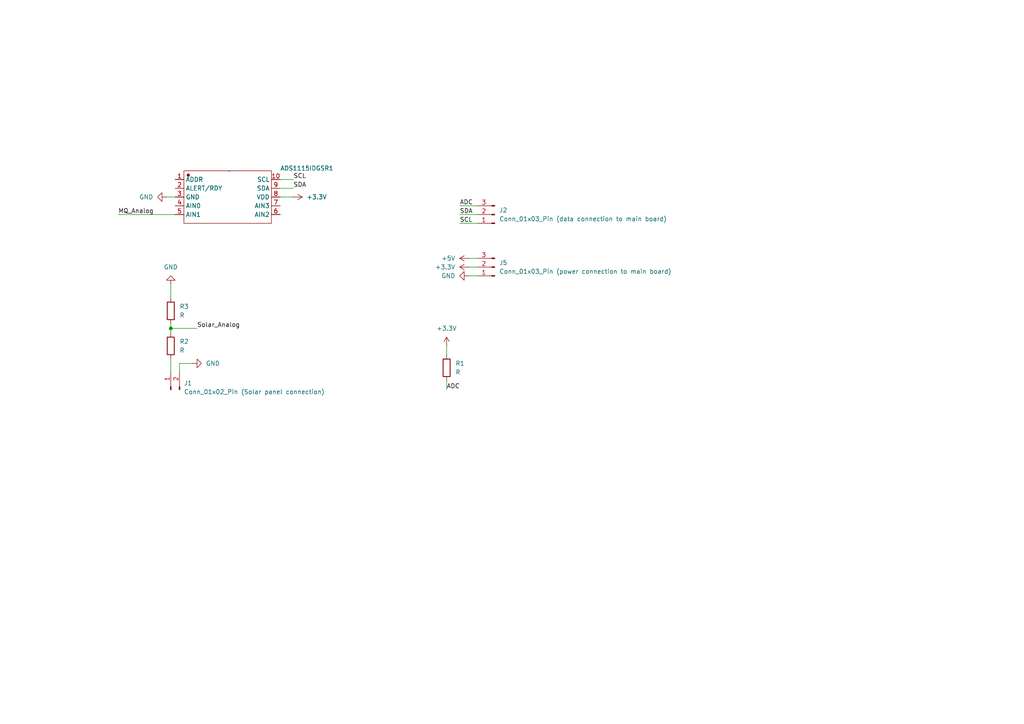
<source format=kicad_sch>
(kicad_sch (version 20250114) (generator "eeschema") (generator_version "9.0")
  (paper "A4")
  (lib_symbols
    (symbol "ADS1115IDGSR_2025-12-25-altium-import:root_0_ADS1115IDGSR_"
      (symbol "root_0_ADS1115IDGSR__1_0"
        (rectangle (start -12.7 7.62) (end 12.7 -7.62) (stroke (width 0) (color 136 0 0 1)))
        (circle (center -11.43 6.35) (radius 0.381) (stroke (width 0) (color 136 0 0 1)) (fill (type outline)))
        (pin passive line (at -15.24 5.08 0) (length 2.54) (name "ADDR") (number "1"))
        (pin passive line (at -15.24 2.54 0) (length 2.54) (name "ALERT/RDY") (number "2"))
        (pin passive line (at -15.24 0 0) (length 2.54) (name "GND") (number "3"))
        (pin passive line (at -15.24 -2.54 0) (length 2.54) (name "AIN0") (number "4"))
        (pin passive line (at -15.24 -5.08 0) (length 2.54) (name "AIN1") (number "5"))
        (pin passive line (at 15.24 5.08 180) (length 2.54) (name "SCL") (number "10"))
        (pin passive line (at 15.24 2.54 180) (length 2.54) (name "SDA") (number "9"))
        (pin passive line (at 15.24 0 180) (length 2.54) (name "VDD") (number "8"))
        (pin passive line (at 15.24 -2.54 180) (length 2.54) (name "AIN3") (number "7"))
        (pin passive line (at 15.24 -5.08 180) (length 2.54) (name "AIN2") (number "6"))
      )
    )
    (symbol "Connector:Conn_01x02_Pin" (pin_names (offset 1.016) (hide yes))
      (property "Reference" "J" (at 0 2.54 0))
      (property "Value" "Conn_01x02_Pin" (at 0 -5.08 0))
      (symbol "Conn_01x02_Pin_1_1"
        (rectangle (start 0.8636 0.127) (end 0 -0.127) (stroke (width 0.1524)) (fill (type outline)))
        (rectangle (start 0.8636 -2.413) (end 0 -2.667) (stroke (width 0.1524)) (fill (type outline)))
        (polyline (pts (xy 1.27 0) (xy 0.8636 0)) (stroke (width 0.1524)))
        (polyline (pts (xy 1.27 -2.54) (xy 0.8636 -2.54)) (stroke (width 0.1524)))
        (pin passive line (at 5.08 0 180) (length 3.81) (name "Pin_1") (number "1"))
        (pin passive line (at 5.08 -2.54 180) (length 3.81) (name "Pin_2") (number "2"))
      )
    )
    (symbol "Connector:Conn_01x03_Pin" (pin_names (offset 1.016) (hide yes))
      (property "Reference" "J" (at 0 5.08 0))
      (property "Value" "Conn_01x03_Pin" (at 0 -5.08 0))
      (symbol "Conn_01x03_Pin_1_1"
        (rectangle (start 0.8636 2.667) (end 0 2.413) (stroke (width 0.1524)) (fill (type outline)))
        (rectangle (start 0.8636 0.127) (end 0 -0.127) (stroke (width 0.1524)) (fill (type outline)))
        (rectangle (start 0.8636 -2.413) (end 0 -2.667) (stroke (width 0.1524)) (fill (type outline)))
        (polyline (pts (xy 1.27 2.54) (xy 0.8636 2.54)) (stroke (width 0.1524)))
        (polyline (pts (xy 1.27 0) (xy 0.8636 0)) (stroke (width 0.1524)))
        (polyline (pts (xy 1.27 -2.54) (xy 0.8636 -2.54)) (stroke (width 0.1524)))
        (pin passive line (at 5.08 2.54 180) (length 3.81) (name "Pin_1") (number "1"))
        (pin passive line (at 5.08 0 180) (length 3.81) (name "Pin_2") (number "2"))
        (pin passive line (at 5.08 -2.54 180) (length 3.81) (name "Pin_3") (number "3"))
      )
    )
    (symbol "Device:R" (pin_numbers (hide yes)) (pin_names (offset 0))
      (property "Reference" "R" (at 2.032 0 90))
      (property "Value" "R" (at 0 0 90))
      (symbol "R_0_1"
        (rectangle (start -1.016 -2.54) (end 1.016 2.54) (stroke (width 0.254)))
      )
      (symbol "R_1_1"
        (pin passive line (at 0 3.81 270) (length 1.27) (name "~") (number "1"))
        (pin passive line (at 0 -3.81 90) (length 1.27) (name "~") (number "2"))
      )
    )
    (symbol "power:+3.3V" (power) (pin_numbers (hide yes)) (pin_names (offset 0) (hide yes))
      (property "Value" "+3.3V" (at 0 3.556 0))
      (symbol "+3.3V_0_1"
        (polyline (pts (xy -0.762 1.27) (xy 0 2.54)))
        (polyline (pts (xy 0 2.54) (xy 0.762 1.27)))
        (polyline (pts (xy 0 0) (xy 0 2.54)))
      )
      (symbol "+3.3V_1_1"
        (pin power_in line (at 0 0 90) (length 0) (name "~") (number "1"))
      )
    )
    (symbol "power:+5V" (power) (pin_numbers (hide yes)) (pin_names (offset 0) (hide yes))
      (property "Value" "+5V" (at 0 3.556 0))
      (symbol "+5V_0_1"
        (polyline (pts (xy -0.762 1.27) (xy 0 2.54)))
        (polyline (pts (xy 0 2.54) (xy 0.762 1.27)))
        (polyline (pts (xy 0 0) (xy 0 2.54)))
      )
      (symbol "+5V_1_1"
        (pin power_in line (at 0 0 90) (length 0) (name "~") (number "1"))
      )
    )
    (symbol "power:GND" (power) (pin_numbers (hide yes)) (pin_names (offset 0) (hide yes))
      (property "Value" "GND" (at 0 -3.81 0))
      (symbol "GND_0_1"
        (polyline (pts (xy 0 0) (xy 0 -1.27) (xy 1.27 -1.27) (xy 0 -2.54) (xy -1.27 -1.27) (xy 0 -1.27)))
      )
      (symbol "GND_1_1"
        (pin power_in line (at 0 0 270) (length 0) (name "~") (number "1"))
      )
    )
  )
  (junction (at 49.53 95.25))
  (wire (pts (xy 135.89 77.47) (xy 138.43 77.47)))
  (wire (pts (xy 133.35 64.77) (xy 138.43 64.77)))
  (wire (pts (xy 133.35 59.69) (xy 138.43 59.69)))
  (wire (pts (xy 52.07 107.95) (xy 52.07 105.41)))
  (wire (pts (xy 81.28 54.61) (xy 85.09 54.61)))
  (wire (pts (xy 49.53 95.25) (xy 49.53 96.52)))
  (wire (pts (xy 81.28 57.15) (xy 85.09 57.15)))
  (wire (pts (xy 129.54 100.33) (xy 129.54 102.87)))
  (wire (pts (xy 81.28 52.07) (xy 85.09 52.07)))
  (wire (pts (xy 52.07 105.41) (xy 55.88 105.41)))
  (wire (pts (xy 49.53 104.14) (xy 49.53 107.95)))
  (wire (pts (xy 129.54 113.03) (xy 129.54 110.49)))
  (wire (pts (xy 49.53 95.25) (xy 57.15 95.25)))
  (wire (pts (xy 34.29 62.23) (xy 50.8 62.23)))
  (wire (pts (xy 49.53 82.55) (xy 49.53 86.36)))
  (wire (pts (xy 48.26 57.15) (xy 50.8 57.15)))
  (wire (pts (xy 135.89 74.93) (xy 138.43 74.93)))
  (wire (pts (xy 135.89 80.01) (xy 138.43 80.01)))
  (wire (pts (xy 49.53 93.98) (xy 49.53 95.25)))
  (wire (pts (xy 133.35 62.23) (xy 138.43 62.23)))
  (label "SCL" (at 133.35 64.77 0))
  (label "MQ_Analog" (at 34.29 62.23 0))
  (label "ADC" (at 133.35 59.69 0))
  (label "SDA" (at 133.35 62.23 0))
  (label "SDA" (at 85.09 54.61 0))
  (label "SCL" (at 85.09 52.07 0))
  (label "Solar_Analog" (at 57.15 95.25 0))
  (label "ADC" (at 129.54 113.03 0))
  (symbol (lib_id "power:+3.3V") (at 135.89 77.47 90) (unit 1)
    (property "Reference" "#PWR012" (effects (hide yes)))
    (property "Value" "+3.3V" (at 132.08 77.4699 90) (effects (justify left)))
    (property "Description" "Power symbol creates a global label with name \"+3.3V\"" (effects (hide yes)))
  )
  (symbol (lib_id "power:+5V") (at 135.89 74.93 90) (unit 1)
    (property "Reference" "#PWR013" (effects (hide yes)))
    (property "Value" "+5V" (at 132.08 74.9299 90) (effects (justify left)))
    (property "Description" "Power symbol creates a global label with name \"+5V\"" (effects (hide yes)))
  )
  (symbol (lib_id "Connector:Conn_01x03_Pin") (at 143.51 62.23 180) (unit 1)
    (property "Reference" "J2" (at 144.78 60.9599 0) (effects (justify right)))
    (property "Value" "Conn_01x03_Pin (data connection to main board)" (at 144.78 63.4999 0) (effects (justify right)))
    (property "Description" "Generic connector, single row, 01x03, script generated" (effects (hide yes)))
  )
  (symbol (lib_id "Connector:Conn_01x03_Pin") (at 143.51 77.47 180) (unit 1)
    (property "Reference" "J5" (at 144.78 76.1999 0) (effects (justify right)))
    (property "Value" "Conn_01x03_Pin (power connection to main board)" (at 144.78 78.7399 0) (effects (justify right)))
    (property "Description" "Generic connector, single row, 01x03, script generated" (effects (hide yes)))
  )
  (symbol (lib_id "power:+3.3V") (at 85.09 57.15 270) (unit 1)
    (property "Reference" "#PWR03" (effects (hide yes)))
    (property "Value" "+3.3V" (at 88.9 57.1499 90) (effects (justify left)))
    (property "Description" "Power symbol creates a global label with name \"+3.3V\"" (effects (hide yes)))
  )
  (symbol (lib_id "power:GND") (at 55.88 105.41 90) (unit 1)
    (property "Reference" "#PWR04" (effects (hide yes)))
    (property "Value" "GND" (at 59.69 105.4099 90) (effects (justify right)))
    (property "Description" "Power symbol creates a global label with name \"GND\" , ground" (effects (hide yes)))
  )
  (symbol (lib_id "Device:R") (at 49.53 90.17 0) (unit 1)
    (property "Reference" "R3" (at 52.07 88.8999 0) (effects (justify left)))
    (property "Value" "R" (at 52.07 91.4399 0) (effects (justify left)))
    (property "Description" "Resistor" (effects (hide yes)))
  )
  (symbol (lib_id "power:+3.3V") (at 129.54 100.33 0) (unit 1)
    (property "Reference" "#PWR02" (effects (hide yes)))
    (property "Value" "+3.3V" (at 129.54 95.25 0))
    (property "Description" "Power symbol creates a global label with name \"+3.3V\"" (effects (hide yes)))
  )
  (symbol (lib_id "power:GND") (at 48.26 57.15 270) (unit 1)
    (property "Reference" "#PWR01" (effects (hide yes)))
    (property "Value" "GND" (at 44.45 57.1499 90) (effects (justify right)))
    (property "Description" "Power symbol creates a global label with name \"GND\" , ground" (effects (hide yes)))
  )
  (symbol (lib_id "ADS1115IDGSR_2025-12-25-altium-import:root_0_ADS1115IDGSR_") (at 66.04 57.15 0) (unit 1)
    (property "Reference" "ADS1115IDGSR1" (at 81.28 49.53 0) (effects (justify left bottom)))
    (property "Value" "~" (at 66.04 49.53 0) (effects (justify left)))
    (property "Footprint" "batteryholder:ADS1115IDGSR" (effects (hide yes)))
  )
  (symbol (lib_id "power:GND") (at 135.89 80.01 270) (unit 1)
    (property "Reference" "#PWR011" (effects (hide yes)))
    (property "Value" "GND" (at 132.08 80.0099 90) (effects (justify right)))
    (property "Description" "Power symbol creates a global label with name \"GND\" , ground" (effects (hide yes)))
  )
  (symbol (lib_id "Device:R") (at 49.53 100.33 0) (unit 1)
    (property "Reference" "R2" (at 52.07 99.0599 0) (effects (justify left)))
    (property "Value" "R" (at 52.07 101.5999 0) (effects (justify left)))
    (property "Description" "Resistor" (effects (hide yes)))
  )
  (symbol (lib_id "Connector:Conn_01x02_Pin") (at 49.53 113.03 90) (unit 1)
    (property "Reference" "J1" (at 53.34 111.1249 90) (effects (justify right)))
    (property "Value" "Conn_01x02_Pin (Solar panel connection)" (at 53.34 113.6649 90) (effects (justify right)))
    (property "Description" "Generic connector, single row, 01x02, script generated" (effects (hide yes)))
  )
  (symbol (lib_id "power:GND") (at 49.53 82.55 180) (unit 1)
    (property "Reference" "#PWR05" (effects (hide yes)))
    (property "Value" "GND" (at 49.53 77.47 0))
    (property "Description" "Power symbol creates a global label with name \"GND\" , ground" (effects (hide yes)))
  )
  (symbol (lib_id "Device:R") (at 129.54 106.68 0) (unit 1)
    (property "Reference" "R1" (at 132.08 105.4099 0) (effects (justify left)))
    (property "Value" "R" (at 132.08 107.9499 0) (effects (justify left)))
    (property "Footprint" "OptoDevice:R_LDR_4.9x4.2mm_P2.54mm_Vertical" (effects (hide yes)))
    (property "Description" "Resistor" (effects (hide yes)))
  )
)
</source>
